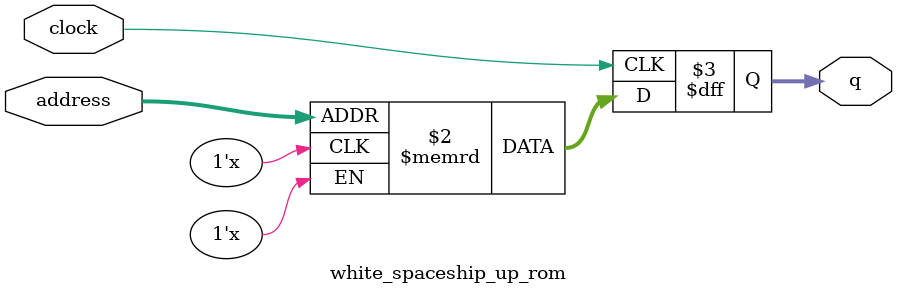
<source format=sv>
module white_spaceship_up_rom (
	input logic clock,
	input logic [7:0] address,
	output logic [1:0] q
);

logic [1:0] memory [0:195] /* synthesis ram_init_file = "./Sprites/white_spaceship_up/white_spaceship_up.mif" */;

always_ff @ (posedge clock) begin
	q <= memory[address];
end

endmodule

</source>
